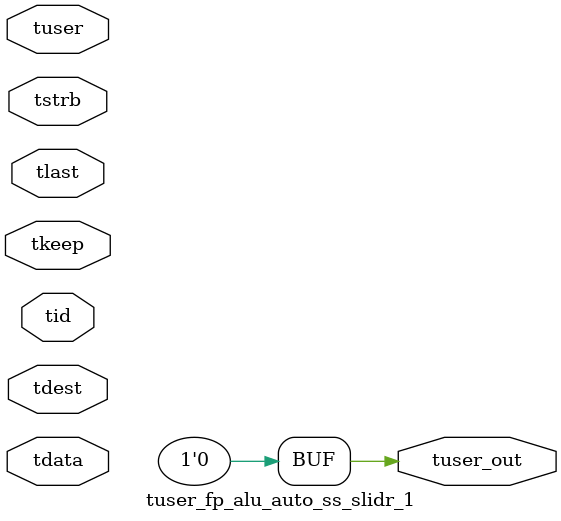
<source format=v>


`timescale 1ps/1ps

module tuser_fp_alu_auto_ss_slidr_1 #
(
parameter C_S_AXIS_TUSER_WIDTH = 1,
parameter C_S_AXIS_TDATA_WIDTH = 32,
parameter C_S_AXIS_TID_WIDTH   = 0,
parameter C_S_AXIS_TDEST_WIDTH = 0,
parameter C_M_AXIS_TUSER_WIDTH = 1
)
(
input  [(C_S_AXIS_TUSER_WIDTH == 0 ? 1 : C_S_AXIS_TUSER_WIDTH)-1:0     ] tuser,
input  [(C_S_AXIS_TDATA_WIDTH == 0 ? 1 : C_S_AXIS_TDATA_WIDTH)-1:0     ] tdata,
input  [(C_S_AXIS_TID_WIDTH   == 0 ? 1 : C_S_AXIS_TID_WIDTH)-1:0       ] tid,
input  [(C_S_AXIS_TDEST_WIDTH == 0 ? 1 : C_S_AXIS_TDEST_WIDTH)-1:0     ] tdest,
input  [(C_S_AXIS_TDATA_WIDTH/8)-1:0 ] tkeep,
input  [(C_S_AXIS_TDATA_WIDTH/8)-1:0 ] tstrb,
input                                                                    tlast,
output [C_M_AXIS_TUSER_WIDTH-1:0] tuser_out
);

assign tuser_out = {1'b0};

endmodule


</source>
